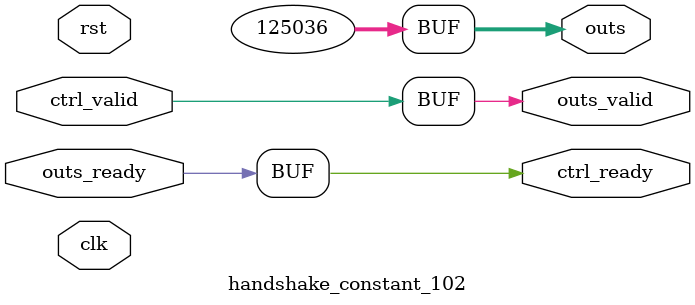
<source format=v>
`timescale 1ns / 1ps
module handshake_constant_102 #(
  parameter DATA_WIDTH = 32  // Default set to 32 bits
) (
  input                       clk,
  input                       rst,
  // Input Channel
  input                       ctrl_valid,
  output                      ctrl_ready,
  // Output Channel
  output [DATA_WIDTH - 1 : 0] outs,
  output                      outs_valid,
  input                       outs_ready
);
  assign outs       = 17'b11110100001101100;
  assign outs_valid = ctrl_valid;
  assign ctrl_ready = outs_ready;

endmodule

</source>
